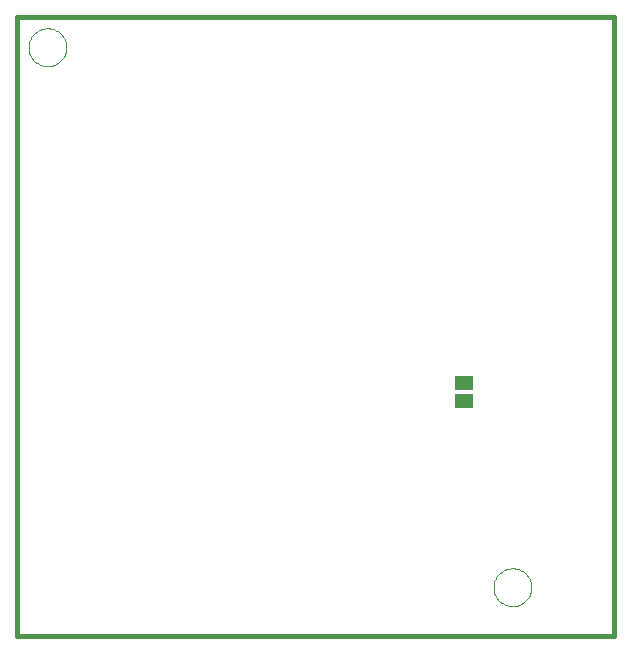
<source format=gtp>
G75*
G70*
%OFA0B0*%
%FSLAX24Y24*%
%IPPOS*%
%LPD*%
%AMOC8*
5,1,8,0,0,1.08239X$1,22.5*
%
%ADD10C,0.0160*%
%ADD11C,0.0000*%
%ADD12R,0.0630X0.0460*%
D10*
X000970Y000595D02*
X000970Y021216D01*
X020840Y021216D01*
X020840Y000595D01*
X000970Y000595D01*
D11*
X016840Y002220D02*
X016842Y002270D01*
X016848Y002320D01*
X016858Y002369D01*
X016872Y002417D01*
X016889Y002464D01*
X016910Y002509D01*
X016935Y002553D01*
X016963Y002594D01*
X016995Y002633D01*
X017029Y002670D01*
X017066Y002704D01*
X017106Y002734D01*
X017148Y002761D01*
X017192Y002785D01*
X017238Y002806D01*
X017285Y002822D01*
X017333Y002835D01*
X017383Y002844D01*
X017432Y002849D01*
X017483Y002850D01*
X017533Y002847D01*
X017582Y002840D01*
X017631Y002829D01*
X017679Y002814D01*
X017725Y002796D01*
X017770Y002774D01*
X017813Y002748D01*
X017854Y002719D01*
X017893Y002687D01*
X017929Y002652D01*
X017961Y002614D01*
X017991Y002574D01*
X018018Y002531D01*
X018041Y002487D01*
X018060Y002441D01*
X018076Y002393D01*
X018088Y002344D01*
X018096Y002295D01*
X018100Y002245D01*
X018100Y002195D01*
X018096Y002145D01*
X018088Y002096D01*
X018076Y002047D01*
X018060Y001999D01*
X018041Y001953D01*
X018018Y001909D01*
X017991Y001866D01*
X017961Y001826D01*
X017929Y001788D01*
X017893Y001753D01*
X017854Y001721D01*
X017813Y001692D01*
X017770Y001666D01*
X017725Y001644D01*
X017679Y001626D01*
X017631Y001611D01*
X017582Y001600D01*
X017533Y001593D01*
X017483Y001590D01*
X017432Y001591D01*
X017383Y001596D01*
X017333Y001605D01*
X017285Y001618D01*
X017238Y001634D01*
X017192Y001655D01*
X017148Y001679D01*
X017106Y001706D01*
X017066Y001736D01*
X017029Y001770D01*
X016995Y001807D01*
X016963Y001846D01*
X016935Y001887D01*
X016910Y001931D01*
X016889Y001976D01*
X016872Y002023D01*
X016858Y002071D01*
X016848Y002120D01*
X016842Y002170D01*
X016840Y002220D01*
X001340Y020220D02*
X001342Y020270D01*
X001348Y020320D01*
X001358Y020369D01*
X001372Y020417D01*
X001389Y020464D01*
X001410Y020509D01*
X001435Y020553D01*
X001463Y020594D01*
X001495Y020633D01*
X001529Y020670D01*
X001566Y020704D01*
X001606Y020734D01*
X001648Y020761D01*
X001692Y020785D01*
X001738Y020806D01*
X001785Y020822D01*
X001833Y020835D01*
X001883Y020844D01*
X001932Y020849D01*
X001983Y020850D01*
X002033Y020847D01*
X002082Y020840D01*
X002131Y020829D01*
X002179Y020814D01*
X002225Y020796D01*
X002270Y020774D01*
X002313Y020748D01*
X002354Y020719D01*
X002393Y020687D01*
X002429Y020652D01*
X002461Y020614D01*
X002491Y020574D01*
X002518Y020531D01*
X002541Y020487D01*
X002560Y020441D01*
X002576Y020393D01*
X002588Y020344D01*
X002596Y020295D01*
X002600Y020245D01*
X002600Y020195D01*
X002596Y020145D01*
X002588Y020096D01*
X002576Y020047D01*
X002560Y019999D01*
X002541Y019953D01*
X002518Y019909D01*
X002491Y019866D01*
X002461Y019826D01*
X002429Y019788D01*
X002393Y019753D01*
X002354Y019721D01*
X002313Y019692D01*
X002270Y019666D01*
X002225Y019644D01*
X002179Y019626D01*
X002131Y019611D01*
X002082Y019600D01*
X002033Y019593D01*
X001983Y019590D01*
X001932Y019591D01*
X001883Y019596D01*
X001833Y019605D01*
X001785Y019618D01*
X001738Y019634D01*
X001692Y019655D01*
X001648Y019679D01*
X001606Y019706D01*
X001566Y019736D01*
X001529Y019770D01*
X001495Y019807D01*
X001463Y019846D01*
X001435Y019887D01*
X001410Y019931D01*
X001389Y019976D01*
X001372Y020023D01*
X001358Y020071D01*
X001348Y020120D01*
X001342Y020170D01*
X001340Y020220D01*
D12*
X015845Y009020D03*
X015845Y008420D03*
M02*

</source>
